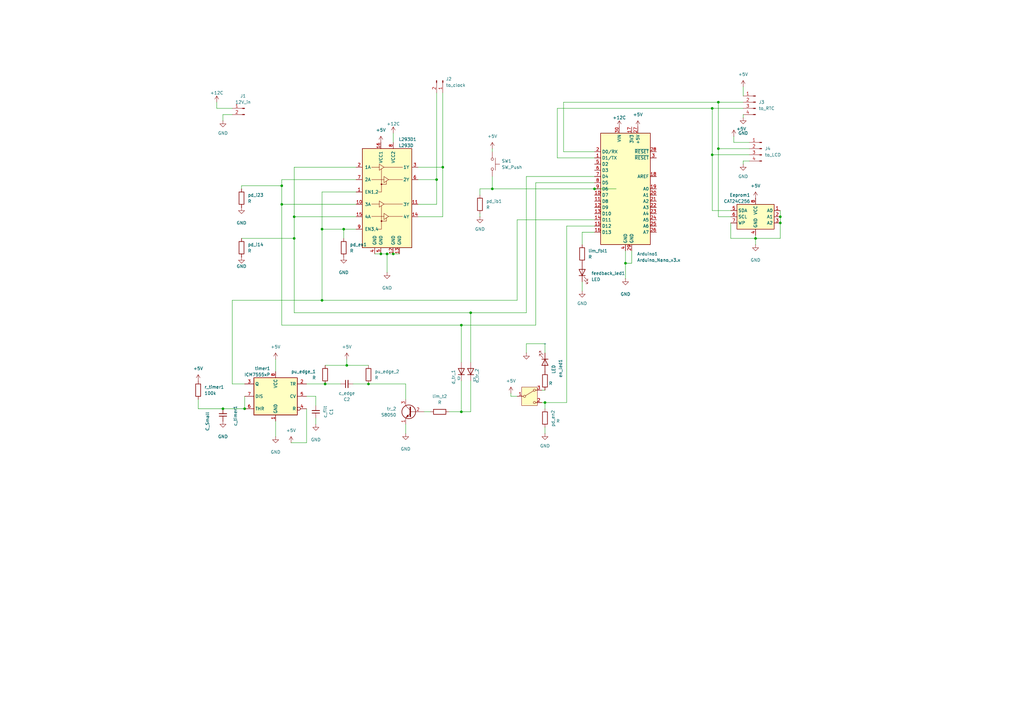
<source format=kicad_sch>
(kicad_sch (version 20231120) (generator "eeschema") (generator_version "8.0")
  (paper "A3")
  (lib_symbols
    (symbol "Connector:Conn_01x02_Pin" (pin_names (offset 1.016) hide)
      (property "Reference" "J" (at 0 2.54 0))
      (property "Value" "Conn_01x02_Pin" (at 0 -5.08 0))
      (symbol "Conn_01x02_Pin_1_1"
        (polyline (pts (xy 1.27 -2.54) (xy 0.8636 -2.54)) (stroke (width 0.1524)))
        (polyline (pts (xy 1.27 0) (xy 0.8636 0)) (stroke (width 0.1524)))
        (rectangle (start 0.8636 -2.413) (end 0 -2.667) (stroke (width 0.1524)) (fill (type outline)))
        (rectangle (start 0.8636 0.127) (end 0 -0.127) (stroke (width 0.1524)) (fill (type outline)))
        (pin passive line (at 5.08 0 180) (length 3.81) (name "Pin_1") (number "1"))
        (pin passive line (at 5.08 -2.54 180) (length 3.81) (name "Pin_2") (number "2"))
      )
    )
    (symbol "Connector:Conn_01x04_Pin" (pin_names (offset 1.016) hide)
      (property "Reference" "J" (at 0 5.08 0))
      (property "Value" "Conn_01x04_Pin" (at 0 -7.62 0))
      (symbol "Conn_01x04_Pin_1_1"
        (polyline (pts (xy 1.27 -5.08) (xy 0.8636 -5.08)) (stroke (width 0.1524)))
        (polyline (pts (xy 1.27 -2.54) (xy 0.8636 -2.54)) (stroke (width 0.1524)))
        (polyline (pts (xy 1.27 0) (xy 0.8636 0)) (stroke (width 0.1524)))
        (polyline (pts (xy 1.27 2.54) (xy 0.8636 2.54)) (stroke (width 0.1524)))
        (rectangle (start 0.8636 -4.953) (end 0 -5.207) (stroke (width 0.1524)) (fill (type outline)))
        (rectangle (start 0.8636 -2.413) (end 0 -2.667) (stroke (width 0.1524)) (fill (type outline)))
        (rectangle (start 0.8636 0.127) (end 0 -0.127) (stroke (width 0.1524)) (fill (type outline)))
        (rectangle (start 0.8636 2.667) (end 0 2.413) (stroke (width 0.1524)) (fill (type outline)))
        (pin passive line (at 5.08 2.54 180) (length 3.81) (name "Pin_1") (number "1"))
        (pin passive line (at 5.08 0 180) (length 3.81) (name "Pin_2") (number "2"))
        (pin passive line (at 5.08 -2.54 180) (length 3.81) (name "Pin_3") (number "3"))
        (pin passive line (at 5.08 -5.08 180) (length 3.81) (name "Pin_4") (number "4"))
      )
    )
    (symbol "Device:C_Small" (pin_numbers hide) (pin_names (offset 0.254) hide)
      (property "Reference" "C" (at 0.254 1.778 0))
      (property "Value" "C_Small" (at 0.254 -2.032 0))
      (symbol "C_Small_0_1"
        (polyline (pts (xy -1.524 -0.508) (xy 1.524 -0.508)) (stroke (width 0.3302)))
        (polyline (pts (xy -1.524 0.508) (xy 1.524 0.508)) (stroke (width 0.3048)))
      )
      (symbol "C_Small_1_1"
        (pin passive line (at 0 2.54 270) (length 2.032) (name "~") (number "1"))
        (pin passive line (at 0 -2.54 90) (length 2.032) (name "~") (number "2"))
      )
    )
    (symbol "Device:D" (pin_numbers hide) (pin_names (offset 1.016) hide)
      (property "Reference" "D" (at 0 2.54 0))
      (property "Value" "D" (at 0 -2.54 0))
      (symbol "D_0_1"
        (polyline (pts (xy -1.27 1.27) (xy -1.27 -1.27)) (stroke (width 0.254)))
        (polyline (pts (xy 1.27 0) (xy -1.27 0)))
        (polyline (pts (xy 1.27 1.27) (xy 1.27 -1.27) (xy -1.27 0) (xy 1.27 1.27)) (stroke (width 0.254)))
      )
      (symbol "D_1_1"
        (pin passive line (at -3.81 0 0) (length 2.54) (name "K") (number "1"))
        (pin passive line (at 3.81 0 180) (length 2.54) (name "A") (number "2"))
      )
    )
    (symbol "Device:LED" (pin_numbers hide) (pin_names (offset 1.016) hide)
      (property "Reference" "D" (at 0 2.54 0))
      (property "Value" "LED" (at 0 -2.54 0))
      (symbol "LED_0_1"
        (polyline (pts (xy -1.27 -1.27) (xy -1.27 1.27)) (stroke (width 0.254)))
        (polyline (pts (xy -1.27 0) (xy 1.27 0)))
        (polyline (pts (xy 1.27 -1.27) (xy 1.27 1.27) (xy -1.27 0) (xy 1.27 -1.27)) (stroke (width 0.254)))
        (polyline (pts (xy -3.048 -0.762) (xy -4.572 -2.286) (xy -3.81 -2.286) (xy -4.572 -2.286) (xy -4.572 -1.524)))
        (polyline (pts (xy -1.778 -0.762) (xy -3.302 -2.286) (xy -2.54 -2.286) (xy -3.302 -2.286) (xy -3.302 -1.524)))
      )
      (symbol "LED_1_1"
        (pin passive line (at -3.81 0 0) (length 2.54) (name "K") (number "1"))
        (pin passive line (at 3.81 0 180) (length 2.54) (name "A") (number "2"))
      )
    )
    (symbol "Device:R" (pin_numbers hide) (pin_names (offset 0))
      (property "Reference" "R" (at 2.032 0 90))
      (property "Value" "R" (at 0 0 90))
      (symbol "R_0_1"
        (rectangle (start -1.016 -2.54) (end 1.016 2.54) (stroke (width 0.254)))
      )
      (symbol "R_1_1"
        (pin passive line (at 0 3.81 270) (length 1.27) (name "~") (number "1"))
        (pin passive line (at 0 -3.81 90) (length 1.27) (name "~") (number "2"))
      )
    )
    (symbol "Driver_Motor:L293D" (pin_names (offset 1.016))
      (property "Reference" "U" (at -5.08 26.035 0))
      (property "Value" "L293D" (at -5.08 24.13 0))
      (symbol "L293D_0_1"
        (rectangle (start -10.16 22.86) (end 10.16 -17.78) (stroke (width 0.254)) (fill (type background)))
        (circle (center -2.286 -6.858) (radius 0.254) (fill (type outline)))
        (circle (center -2.286 8.255) (radius 0.254) (fill (type outline)))
        (polyline (pts (xy -6.35 -4.953) (xy -1.27 -4.953)))
        (polyline (pts (xy -6.35 0.127) (xy -3.175 0.127)))
        (polyline (pts (xy -6.35 10.16) (xy -1.27 10.16)))
        (polyline (pts (xy -6.35 15.24) (xy -3.175 15.24)))
        (polyline (pts (xy -1.27 0.127) (xy 6.35 0.127)))
        (polyline (pts (xy -1.27 15.24) (xy 6.35 15.24)))
        (polyline (pts (xy 0.635 -4.953) (xy 6.35 -4.953)))
        (polyline (pts (xy 0.635 10.16) (xy 6.35 10.16)))
        (polyline (pts (xy -2.286 -6.858) (xy -0.254 -6.858) (xy -0.254 -5.588)))
        (polyline (pts (xy -2.286 -0.635) (xy -2.286 -10.16) (xy -3.556 -10.16)))
        (polyline (pts (xy -2.286 8.255) (xy -0.254 8.255) (xy -0.254 9.525)))
        (polyline (pts (xy -2.286 14.478) (xy -2.286 5.08) (xy -3.556 5.08)))
        (polyline (pts (xy -3.175 1.397) (xy -3.175 -1.143) (xy -1.27 0.127) (xy -3.175 1.397)))
        (polyline (pts (xy -3.175 16.51) (xy -3.175 13.97) (xy -1.27 15.24) (xy -3.175 16.51)))
        (polyline (pts (xy -1.27 -3.683) (xy -1.27 -6.223) (xy 0.635 -4.953) (xy -1.27 -3.683)))
        (polyline (pts (xy -1.27 11.43) (xy -1.27 8.89) (xy 0.635 10.16) (xy -1.27 11.43)))
      )
      (symbol "L293D_1_1"
        (pin input line (at -12.7 5.08 0) (length 2.54) (name "EN1,2") (number "1"))
        (pin input line (at -12.7 0 0) (length 2.54) (name "3A") (number "10"))
        (pin output line (at 12.7 0 180) (length 2.54) (name "3Y") (number "11"))
        (pin power_in line (at 2.54 -20.32 90) (length 2.54) (name "GND") (number "12"))
        (pin power_in line (at 5.08 -20.32 90) (length 2.54) (name "GND") (number "13"))
        (pin output line (at 12.7 -5.08 180) (length 2.54) (name "4Y") (number "14"))
        (pin input line (at -12.7 -5.08 0) (length 2.54) (name "4A") (number "15"))
        (pin power_in line (at -2.54 25.4 270) (length 2.54) (name "VCC1") (number "16"))
        (pin input line (at -12.7 15.24 0) (length 2.54) (name "1A") (number "2"))
        (pin output line (at 12.7 15.24 180) (length 2.54) (name "1Y") (number "3"))
        (pin power_in line (at -5.08 -20.32 90) (length 2.54) (name "GND") (number "4"))
        (pin power_in line (at -2.54 -20.32 90) (length 2.54) (name "GND") (number "5"))
        (pin output line (at 12.7 10.16 180) (length 2.54) (name "2Y") (number "6"))
        (pin input line (at -12.7 10.16 0) (length 2.54) (name "2A") (number "7"))
        (pin power_in line (at 2.54 25.4 270) (length 2.54) (name "VCC2") (number "8"))
        (pin input line (at -12.7 -10.16 0) (length 2.54) (name "EN3,4") (number "9"))
      )
    )
    (symbol "MCU_Module:Arduino_Nano_v3.x"
      (property "Reference" "A" (at -10.16 23.495 0))
      (property "Value" "Arduino_Nano_v3.x" (at 5.08 -24.13 0))
      (symbol "Arduino_Nano_v3.x_0_1"
        (rectangle (start -10.16 22.86) (end 10.16 -22.86) (stroke (width 0.254)) (fill (type background)))
      )
      (symbol "Arduino_Nano_v3.x_1_1"
        (pin bidirectional line (at -12.7 12.7 0) (length 2.54) (name "D1/TX") (number "1"))
        (pin bidirectional line (at -12.7 -2.54 0) (length 2.54) (name "D7") (number "10"))
        (pin bidirectional line (at -12.7 -5.08 0) (length 2.54) (name "D8") (number "11"))
        (pin bidirectional line (at -12.7 -7.62 0) (length 2.54) (name "D9") (number "12"))
        (pin bidirectional line (at -12.7 -10.16 0) (length 2.54) (name "D10") (number "13"))
        (pin bidirectional line (at -12.7 -12.7 0) (length 2.54) (name "D11") (number "14"))
        (pin bidirectional line (at -12.7 -15.24 0) (length 2.54) (name "D12") (number "15"))
        (pin bidirectional line (at -12.7 -17.78 0) (length 2.54) (name "D13") (number "16"))
        (pin power_out line (at 2.54 25.4 270) (length 2.54) (name "3V3") (number "17"))
        (pin input line (at 12.7 5.08 180) (length 2.54) (name "AREF") (number "18"))
        (pin bidirectional line (at 12.7 0 180) (length 2.54) (name "A0") (number "19"))
        (pin bidirectional line (at -12.7 15.24 0) (length 2.54) (name "D0/RX") (number "2"))
        (pin bidirectional line (at 12.7 -2.54 180) (length 2.54) (name "A1") (number "20"))
        (pin bidirectional line (at 12.7 -5.08 180) (length 2.54) (name "A2") (number "21"))
        (pin bidirectional line (at 12.7 -7.62 180) (length 2.54) (name "A3") (number "22"))
        (pin bidirectional line (at 12.7 -10.16 180) (length 2.54) (name "A4") (number "23"))
        (pin bidirectional line (at 12.7 -12.7 180) (length 2.54) (name "A5") (number "24"))
        (pin bidirectional line (at 12.7 -15.24 180) (length 2.54) (name "A6") (number "25"))
        (pin bidirectional line (at 12.7 -17.78 180) (length 2.54) (name "A7") (number "26"))
        (pin power_out line (at 5.08 25.4 270) (length 2.54) (name "+5V") (number "27"))
        (pin input line (at 12.7 15.24 180) (length 2.54) (name "~{RESET}") (number "28"))
        (pin power_in line (at 2.54 -25.4 90) (length 2.54) (name "GND") (number "29"))
        (pin input line (at 12.7 12.7 180) (length 2.54) (name "~{RESET}") (number "3"))
        (pin power_in line (at -2.54 25.4 270) (length 2.54) (name "VIN") (number "30"))
        (pin power_in line (at 0 -25.4 90) (length 2.54) (name "GND") (number "4"))
        (pin bidirectional line (at -12.7 10.16 0) (length 2.54) (name "D2") (number "5"))
        (pin bidirectional line (at -12.7 7.62 0) (length 2.54) (name "D3") (number "6"))
        (pin bidirectional line (at -12.7 5.08 0) (length 2.54) (name "D4") (number "7"))
        (pin bidirectional line (at -12.7 2.54 0) (length 2.54) (name "D5") (number "8"))
        (pin bidirectional line (at -12.7 0 0) (length 2.54) (name "D6") (number "9"))
      )
    )
    (symbol "Memory_EEPROM:CAT24C256"
      (property "Reference" "U" (at -6.35 6.35 0))
      (property "Value" "CAT24C256" (at 1.27 6.35 0))
      (symbol "CAT24C256_1_1"
        (rectangle (start -7.62 5.08) (end 7.62 -5.08) (stroke (width 0.254)) (fill (type background)))
        (pin input line (at -10.16 2.54 0) (length 2.54) (name "A0") (number "1"))
        (pin input line (at -10.16 0 0) (length 2.54) (name "A1") (number "2"))
        (pin input line (at -10.16 -2.54 0) (length 2.54) (name "A2") (number "3"))
        (pin power_in line (at 0 -7.62 90) (length 2.54) (name "GND") (number "4"))
        (pin bidirectional line (at 10.16 2.54 180) (length 2.54) (name "SDA") (number "5"))
        (pin input line (at 10.16 0 180) (length 2.54) (name "SCL") (number "6"))
        (pin input line (at 10.16 -2.54 180) (length 2.54) (name "WP") (number "7"))
        (pin power_in line (at 0 7.62 270) (length 2.54) (name "VCC") (number "8"))
      )
    )
    (symbol "Switch:SW_Push" (pin_numbers hide) (pin_names (offset 1.016) hide)
      (property "Reference" "SW" (at 1.27 2.54 0))
      (property "Value" "SW_Push" (at 0 -1.524 0))
      (symbol "SW_Push_0_1"
        (circle (center -2.032 0) (radius 0.508))
        (polyline (pts (xy 0 1.27) (xy 0 3.048)))
        (polyline (pts (xy 2.54 1.27) (xy -2.54 1.27)))
        (circle (center 2.032 0) (radius 0.508))
        (pin passive line (at -5.08 0 0) (length 2.54) (name "1") (number "1"))
        (pin passive line (at 5.08 0 180) (length 2.54) (name "2") (number "2"))
      )
    )
    (symbol "Switch:SW_Wuerth_450301014042" (pin_names (offset 1) hide)
      (property "Reference" "SW" (at 0 5.08 0))
      (property "Value" "SW_Wuerth_450301014042" (at 0 -5.08 0))
      (symbol "SW_Wuerth_450301014042_0_1"
        (circle (center -2.032 0) (radius 0.4572))
        (polyline (pts (xy -1.651 0.254) (xy 1.651 2.286)))
        (circle (center 2.032 -2.54) (radius 0.4572))
        (circle (center 2.032 2.54) (radius 0.4572))
      )
      (symbol "SW_Wuerth_450301014042_1_1"
        (rectangle (start -3.175 3.81) (end 3.175 -3.81) (fill (type background)))
        (pin passive line (at -5.08 0 0) (length 2.54) (name "B") (number "1"))
        (pin passive line (at 5.08 -2.54 180) (length 2.54) (name "C") (number "2"))
        (pin passive line (at 5.08 2.54 180) (length 2.54) (name "A") (number "3"))
      )
    )
    (symbol "Timer:ICM7555xP"
      (property "Reference" "U" (at -10.16 8.89 0))
      (property "Value" "ICM7555xP" (at 2.54 8.89 0))
      (symbol "ICM7555xP_0_0"
        (pin power_in line (at 0 -10.16 90) (length 2.54) (name "GND") (number "1"))
        (pin power_in line (at 0 10.16 270) (length 2.54) (name "VCC") (number "8"))
      )
      (symbol "ICM7555xP_0_1"
        (rectangle (start -8.89 -7.62) (end 8.89 7.62) (stroke (width 0.254)) (fill (type background)))
        (rectangle (start -8.89 -7.62) (end 8.89 7.62) (stroke (width 0.254)) (fill (type background)))
      )
      (symbol "ICM7555xP_1_1"
        (pin input line (at -12.7 5.08 0) (length 3.81) (name "TR") (number "2"))
        (pin output line (at 12.7 5.08 180) (length 3.81) (name "Q") (number "3"))
        (pin input inverted (at -12.7 -5.08 0) (length 3.81) (name "R") (number "4"))
        (pin input line (at -12.7 0 0) (length 3.81) (name "CV") (number "5"))
        (pin input line (at 12.7 -5.08 180) (length 3.81) (name "THR") (number "6"))
        (pin input line (at 12.7 0 180) (length 3.81) (name "DIS") (number "7"))
      )
    )
    (symbol "Transistor_BJT:S8050" (pin_names (offset 0) hide)
      (property "Reference" "Q" (at 5.08 1.905 0))
      (property "Value" "S8050" (at 5.08 0 0))
      (symbol "S8050_0_1"
        (polyline (pts (xy 0 0) (xy 0.635 0)))
        (polyline (pts (xy 0.635 0.635) (xy 2.54 2.54)))
        (polyline (pts (xy 0.635 -0.635) (xy 2.54 -2.54) (xy 2.54 -2.54)))
        (polyline (pts (xy 0.635 1.905) (xy 0.635 -1.905) (xy 0.635 -1.905)) (stroke (width 0.508)))
        (polyline (pts (xy 1.27 -1.778) (xy 1.778 -1.27) (xy 2.286 -2.286) (xy 1.27 -1.778) (xy 1.27 -1.778)) (fill (type outline)))
        (circle (center 1.27 0) (radius 2.8194) (stroke (width 0.254)))
      )
      (symbol "S8050_1_1"
        (pin passive line (at 2.54 -5.08 90) (length 2.54) (name "E") (number "1"))
        (pin input line (at -5.08 0 0) (length 5.08) (name "B") (number "2"))
        (pin passive line (at 2.54 5.08 270) (length 2.54) (name "C") (number "3"))
      )
    )
    (symbol "power:+12C" (power) (pin_numbers hide) (pin_names (offset 0) hide)
      (property "Value" "+12C" (at 0 3.556 0))
      (symbol "+12C_0_1"
        (polyline (pts (xy -0.762 1.27) (xy 0 2.54)))
        (polyline (pts (xy 0 0) (xy 0 2.54)))
        (polyline (pts (xy 0 2.54) (xy 0.762 1.27)))
      )
      (symbol "+12C_1_1"
        (pin power_in line (at 0 0 90) (length 0) (name "~") (number "1"))
      )
    )
    (symbol "power:+5V" (power) (pin_numbers hide) (pin_names (offset 0) hide)
      (property "Value" "+5V" (at 0 3.556 0))
      (symbol "+5V_0_1"
        (polyline (pts (xy -0.762 1.27) (xy 0 2.54)))
        (polyline (pts (xy 0 0) (xy 0 2.54)))
        (polyline (pts (xy 0 2.54) (xy 0.762 1.27)))
      )
      (symbol "+5V_1_1"
        (pin power_in line (at 0 0 90) (length 0) (name "~") (number "1"))
      )
    )
    (symbol "power:GND" (power) (pin_numbers hide) (pin_names (offset 0) hide)
      (property "Value" "GND" (at 0 -3.81 0))
      (symbol "GND_0_1"
        (polyline (pts (xy 0 0) (xy 0 -1.27) (xy 1.27 -1.27) (xy 0 -2.54) (xy -1.27 -1.27) (xy 0 -1.27)))
      )
      (symbol "GND_1_1"
        (pin power_in line (at 0 0 270) (length 0) (name "~") (number "1"))
      )
    )
  )
  (junction (at 132.08 93.98))
  (junction (at 294.64 60.96))
  (junction (at 189.23 168.91))
  (junction (at 256.54 107.95))
  (junction (at 292.1 44.45))
  (junction (at 161.29 104.14))
  (junction (at 132.08 123.19))
  (junction (at 100.33 167.64))
  (junction (at 120.65 97.79))
  (junction (at 158.75 104.14))
  (junction (at 292.1 63.5))
  (junction (at 320.04 88.9))
  (junction (at 120.65 88.9))
  (junction (at 243.84 77.47))
  (junction (at 115.57 83.82))
  (junction (at 151.13 157.48))
  (junction (at 140.97 93.98))
  (junction (at 294.64 41.91))
  (junction (at 142.24 149.86))
  (junction (at 156.21 104.14))
  (junction (at 115.57 76.2))
  (junction (at 193.04 128.27))
  (junction (at 181.61 68.58))
  (junction (at 91.44 167.64))
  (junction (at 320.04 91.44))
  (junction (at 309.88 97.79))
  (junction (at 179.07 73.66))
  (junction (at 133.35 157.48))
  (junction (at 189.23 133.35))
  (junction (at 223.52 165.1))
  (junction (at 201.93 77.47))
  (wire (pts (xy 189.23 133.35) (xy 189.23 148.59)))
  (wire (pts (xy 91.44 167.64) (xy 100.33 167.64)))
  (wire (pts (xy 120.65 68.58) (xy 120.65 88.9)))
  (wire (pts (xy 294.64 60.96) (xy 307.34 60.96)))
  (wire (pts (xy 304.8 35.56) (xy 304.8 39.37)))
  (wire (pts (xy 320.04 88.9) (xy 320.04 91.44)))
  (wire (pts (xy 120.65 88.9) (xy 120.65 97.79)))
  (wire (pts (xy 219.71 133.35) (xy 189.23 133.35)))
  (wire (pts (xy 243.84 95.25) (xy 238.76 95.25)))
  (wire (pts (xy 256.54 107.95) (xy 256.54 114.3)))
  (wire (pts (xy 129.54 162.56) (xy 129.54 166.37)))
  (wire (pts (xy 133.35 149.86) (xy 142.24 149.86)))
  (wire (pts (xy 179.07 83.82) (xy 179.07 73.66)))
  (wire (pts (xy 146.05 83.82) (xy 115.57 83.82)))
  (wire (pts (xy 113.03 172.72) (xy 113.03 179.07)))
  (wire (pts (xy 166.37 163.83) (xy 166.37 157.48)))
  (wire (pts (xy 171.45 73.66) (xy 179.07 73.66)))
  (wire (pts (xy 232.41 92.71) (xy 243.84 92.71)))
  (wire (pts (xy 120.65 128.27) (xy 193.04 128.27)))
  (wire (pts (xy 95.25 46.99) (xy 91.44 46.99)))
  (wire (pts (xy 181.61 38.1) (xy 181.61 68.58)))
  (wire (pts (xy 201.93 72.39) (xy 201.93 77.47)))
  (wire (pts (xy 223.52 144.78) (xy 223.52 140.97)))
  (wire (pts (xy 292.1 86.36) (xy 299.72 86.36)))
  (wire (pts (xy 171.45 68.58) (xy 181.61 68.58)))
  (wire (pts (xy 196.85 88.9) (xy 196.85 87.63)))
  (wire (pts (xy 299.72 97.79) (xy 309.88 97.79)))
  (wire (pts (xy 228.6 64.77) (xy 228.6 44.45)))
  (wire (pts (xy 304.8 44.45) (xy 292.1 44.45)))
  (wire (pts (xy 161.29 104.14) (xy 163.83 104.14)))
  (wire (pts (xy 223.52 165.1) (xy 232.41 165.1)))
  (wire (pts (xy 259.08 102.87) (xy 259.08 107.95)))
  (wire (pts (xy 184.15 168.91) (xy 189.23 168.91)))
  (wire (pts (xy 88.9 41.91) (xy 88.9 44.45)))
  (wire (pts (xy 307.34 58.42) (xy 300.99 58.42)))
  (wire (pts (xy 196.85 80.01) (xy 196.85 77.47)))
  (wire (pts (xy 115.57 73.66) (xy 115.57 76.2)))
  (wire (pts (xy 95.25 123.19) (xy 132.08 123.19)))
  (wire (pts (xy 173.99 168.91) (xy 176.53 168.91)))
  (wire (pts (xy 158.75 104.14) (xy 161.29 104.14)))
  (wire (pts (xy 222.25 160.02) (xy 223.52 160.02)))
  (wire (pts (xy 129.54 171.45) (xy 129.54 173.99)))
  (wire (pts (xy 256.54 102.87) (xy 256.54 107.95)))
  (wire (pts (xy 144.78 157.48) (xy 151.13 157.48)))
  (wire (pts (xy 320.04 86.36) (xy 320.04 88.9)))
  (wire (pts (xy 156.21 104.14) (xy 158.75 104.14)))
  (wire (pts (xy 209.55 162.56) (xy 209.55 161.29)))
  (wire (pts (xy 140.97 93.98) (xy 140.97 97.79)))
  (wire (pts (xy 243.84 62.23) (xy 231.14 62.23)))
  (wire (pts (xy 151.13 157.48) (xy 166.37 157.48)))
  (wire (pts (xy 153.67 104.14) (xy 156.21 104.14)))
  (wire (pts (xy 252.73 77.47) (xy 243.84 77.47)))
  (wire (pts (xy 113.03 147.32) (xy 113.03 152.4)))
  (wire (pts (xy 181.61 68.58) (xy 181.61 88.9)))
  (wire (pts (xy 100.33 157.48) (xy 95.25 157.48)))
  (wire (pts (xy 231.14 62.23) (xy 231.14 41.91)))
  (wire (pts (xy 259.08 107.95) (xy 256.54 107.95)))
  (wire (pts (xy 142.24 149.86) (xy 142.24 147.32)))
  (wire (pts (xy 215.9 72.39) (xy 215.9 128.27)))
  (wire (pts (xy 132.08 93.98) (xy 140.97 93.98)))
  (wire (pts (xy 115.57 76.2) (xy 115.57 83.82)))
  (wire (pts (xy 212.09 90.17) (xy 212.09 123.19)))
  (wire (pts (xy 232.41 92.71) (xy 232.41 165.1)))
  (wire (pts (xy 81.28 163.83) (xy 81.28 167.64)))
  (wire (pts (xy 215.9 140.97) (xy 215.9 144.78)))
  (wire (pts (xy 201.93 77.47) (xy 243.84 77.47)))
  (wire (pts (xy 120.65 68.58) (xy 146.05 68.58)))
  (wire (pts (xy 193.04 168.91) (xy 189.23 168.91)))
  (wire (pts (xy 132.08 93.98) (xy 132.08 78.74)))
  (wire (pts (xy 231.14 41.91) (xy 294.64 41.91)))
  (wire (pts (xy 81.28 167.64) (xy 91.44 167.64)))
  (wire (pts (xy 179.07 73.66) (xy 179.07 38.1)))
  (wire (pts (xy 115.57 83.82) (xy 115.57 133.35)))
  (wire (pts (xy 201.93 62.23) (xy 201.93 60.96)))
  (wire (pts (xy 223.52 175.26) (xy 223.52 177.8)))
  (wire (pts (xy 209.55 162.56) (xy 212.09 162.56)))
  (wire (pts (xy 99.06 97.79) (xy 120.65 97.79)))
  (wire (pts (xy 212.09 123.19) (xy 132.08 123.19)))
  (wire (pts (xy 125.73 167.64) (xy 125.73 181.61)))
  (wire (pts (xy 189.23 156.21) (xy 189.23 168.91)))
  (wire (pts (xy 166.37 173.99) (xy 166.37 177.8)))
  (wire (pts (xy 219.71 74.93) (xy 219.71 133.35)))
  (wire (pts (xy 294.64 60.96) (xy 294.64 88.9)))
  (wire (pts (xy 193.04 156.21) (xy 193.04 168.91)))
  (wire (pts (xy 115.57 73.66) (xy 146.05 73.66)))
  (wire (pts (xy 125.73 162.56) (xy 129.54 162.56)))
  (wire (pts (xy 99.06 76.2) (xy 115.57 76.2)))
  (wire (pts (xy 193.04 128.27) (xy 193.04 148.59)))
  (wire (pts (xy 132.08 93.98) (xy 132.08 123.19)))
  (wire (pts (xy 171.45 83.82) (xy 179.07 83.82)))
  (wire (pts (xy 292.1 63.5) (xy 307.34 63.5)))
  (wire (pts (xy 320.04 97.79) (xy 309.88 97.79)))
  (wire (pts (xy 299.72 88.9) (xy 294.64 88.9)))
  (wire (pts (xy 161.29 54.61) (xy 161.29 58.42)))
  (wire (pts (xy 320.04 91.44) (xy 320.04 97.79)))
  (wire (pts (xy 146.05 88.9) (xy 120.65 88.9)))
  (wire (pts (xy 304.8 66.04) (xy 304.8 67.31)))
  (wire (pts (xy 238.76 115.57) (xy 238.76 119.38)))
  (wire (pts (xy 99.06 76.2) (xy 99.06 77.47)))
  (wire (pts (xy 151.13 149.86) (xy 142.24 149.86)))
  (wire (pts (xy 300.99 58.42) (xy 300.99 55.88)))
  (wire (pts (xy 243.84 90.17) (xy 212.09 90.17)))
  (wire (pts (xy 171.45 88.9) (xy 181.61 88.9)))
  (wire (pts (xy 309.88 96.52) (xy 309.88 97.79)))
  (wire (pts (xy 294.64 41.91) (xy 304.8 41.91)))
  (wire (pts (xy 294.64 41.91) (xy 294.64 60.96)))
  (wire (pts (xy 304.8 46.99) (xy 304.8 48.26)))
  (wire (pts (xy 222.25 165.1) (xy 223.52 165.1)))
  (wire (pts (xy 100.33 162.56) (xy 100.33 167.64)))
  (wire (pts (xy 223.52 167.64) (xy 223.52 165.1)))
  (wire (pts (xy 125.73 181.61) (xy 119.38 181.61)))
  (wire (pts (xy 215.9 128.27) (xy 193.04 128.27)))
  (wire (pts (xy 299.72 91.44) (xy 299.72 97.79)))
  (wire (pts (xy 133.35 157.48) (xy 139.7 157.48)))
  (wire (pts (xy 307.34 66.04) (xy 304.8 66.04)))
  (wire (pts (xy 196.85 77.47) (xy 201.93 77.47)))
  (wire (pts (xy 158.75 104.14) (xy 158.75 111.76)))
  (wire (pts (xy 88.9 44.45) (xy 95.25 44.45)))
  (wire (pts (xy 115.57 133.35) (xy 189.23 133.35)))
  (wire (pts (xy 228.6 44.45) (xy 292.1 44.45)))
  (wire (pts (xy 125.73 157.48) (xy 133.35 157.48)))
  (wire (pts (xy 219.71 74.93) (xy 243.84 74.93)))
  (wire (pts (xy 243.84 72.39) (xy 215.9 72.39)))
  (wire (pts (xy 238.76 95.25) (xy 238.76 100.33)))
  (wire (pts (xy 140.97 93.98) (xy 146.05 93.98)))
  (wire (pts (xy 95.25 157.48) (xy 95.25 123.19)))
  (wire (pts (xy 243.84 64.77) (xy 228.6 64.77)))
  (wire (pts (xy 292.1 63.5) (xy 292.1 86.36)))
  (wire (pts (xy 215.9 140.97) (xy 223.52 140.97)))
  (wire (pts (xy 91.44 46.99) (xy 91.44 49.53)))
  (wire (pts (xy 292.1 44.45) (xy 292.1 63.5)))
  (wire (pts (xy 120.65 97.79) (xy 120.65 128.27)))
  (wire (pts (xy 132.08 78.74) (xy 146.05 78.74)))
  (wire (pts (xy 309.88 97.79) (xy 309.88 100.33)))
  (symbol (lib_id "power:+12C") (at 254 52.07 0) (unit 1)
    (property "Reference" "#PWR0116" (effects (hide yes)))
    (property "Value" "+12C" (at 254 48.26 0))
    (property "Description" "Power symbol creates a global label with name \"+12C\"" (effects (hide yes)))
  )
  (symbol (lib_id "Device:R") (at 238.76 104.14 0) (unit 1)
    (property "Reference" "lim_fbl1" (at 241.3 102.8699 0) (effects (justify left)))
    (property "Value" "R" (at 241.3 105.4099 0) (effects (justify left)))
    (property "Footprint" "Resistor_THT:R_Axial_DIN0207_L6.3mm_D2.5mm_P7.62mm_Horizontal" (effects (hide yes)))
    (property "Description" "Resistor" (effects (hide yes)))
  )
  (symbol (lib_id "Switch:SW_Wuerth_450301014042") (at 217.17 162.56 0) (unit 1)
    (property "Reference" "Enableswitch1" (effects (hide yes)))
    (property "Value" "~" (at 223.52 140.97 0))
    (property "Footprint" "Button_Switch_THT:SW_Slide-03_Wuerth-WS-SLTV_10x2.5x6.4_P2.54mm" (effects (hide yes)))
    (property "Datasheet" "https://www.we-online.com/components/products/datasheet/450301014042.pdf" (effects (hide yes)))
    (property "Description" "Switch slide, single pole double throw" (effects (hide yes)))
  )
  (symbol (lib_id "power:+5V") (at 113.03 147.32 0) (unit 1)
    (property "Reference" "#PWR0110" (effects (hide yes)))
    (property "Value" "+5V" (at 113.03 142.24 0))
    (property "Description" "Power symbol creates a global label with name \"+5V\"" (effects (hide yes)))
  )
  (symbol (lib_id "power:GND") (at 91.44 172.72 0) (unit 1)
    (property "Reference" "#PWR02" (effects (hide yes)))
    (property "Value" "GND" (at 91.44 179.07 0))
    (property "Description" "Power symbol creates a global label with name \"GND\" , ground" (effects (hide yes)))
  )
  (symbol (lib_id "power:GND") (at 129.54 173.99 0) (unit 1)
    (property "Reference" "#PWR0107" (effects (hide yes)))
    (property "Value" "GND" (at 129.54 180.34 0))
    (property "Description" "Power symbol creates a global label with name \"GND\" , ground" (effects (hide yes)))
  )
  (symbol (lib_id "Device:C_Small") (at 129.54 168.91 0) (mirror x) (unit 1)
    (property "Reference" "C1" (at 135.89 168.9037 90))
    (property "Value" "c_filt" (at 133.35 168.9037 90))
    (property "Footprint" "Capacitor_THT:C_Disc_D5.1mm_W3.2mm_P5.00mm" (effects (hide yes)))
    (property "Description" "Unpolarized capacitor, small symbol" (effects (hide yes)))
  )
  (symbol (lib_id "power:+5V") (at 261.62 52.07 0) (unit 1)
    (property "Reference" "#PWR0115" (effects (hide yes)))
    (property "Value" "+5V" (at 261.62 46.99 0))
    (property "Description" "Power symbol creates a global label with name \"+5V\"" (effects (hide yes)))
  )
  (symbol (lib_id "Device:D") (at 189.23 152.4 90) (unit 1)
    (property "Reference" "d_tr_1" (at 185.928 151.638 0) (effects (justify right)))
    (property "Value" "D" (at 187.452 155.194 90) (effects (justify right)))
    (property "Footprint" "Diode_THT:D_DO-41_SOD81_P7.62mm_Horizontal" (effects (hide yes)))
    (property "Description" "Diode" (effects (hide yes)))
    (property "Sim.Device" "D" (effects (hide yes)))
    (property "Sim.Pins" "1=K 2=A" (effects (hide yes)))
  )
  (symbol (lib_id "Device:LED") (at 238.76 111.76 90) (unit 1)
    (property "Reference" "feedback_led1" (at 242.57 112.0774 90) (effects (justify right)))
    (property "Value" "LED" (at 242.57 114.6174 90) (effects (justify right)))
    (property "Footprint" "LED_THT:LED_D4.0mm" (effects (hide yes)))
    (property "Description" "Light emitting diode" (effects (hide yes)))
  )
  (symbol (lib_id "Device:R") (at 180.34 168.91 90) (unit 1)
    (property "Reference" "lim_t2" (at 180.34 162.56 90))
    (property "Value" "R" (at 180.34 165.1 90))
    (property "Footprint" "Resistor_THT:R_Axial_DIN0207_L6.3mm_D2.5mm_P7.62mm_Horizontal" (effects (hide yes)))
    (property "Description" "Resistor" (effects (hide yes)))
  )
  (symbol (lib_id "power:GND") (at 304.8 67.31 0) (unit 1)
    (property "Reference" "#PWR0112" (effects (hide yes)))
    (property "Value" "GND" (at 304.8 72.39 0))
    (property "Description" "Power symbol creates a global label with name \"GND\" , ground" (effects (hide yes)))
  )
  (symbol (lib_id "power:+12C") (at 88.9 41.91 0) (unit 1)
    (property "Reference" "#PWR0123" (effects (hide yes)))
    (property "Value" "+12C" (at 88.9 38.1 0))
    (property "Description" "Power symbol creates a global label with name \"+12C\"" (effects (hide yes)))
  )
  (symbol (lib_id "Device:R") (at 81.28 160.02 180) (unit 1)
    (property "Reference" "r_timer1" (at 83.82 158.7499 0) (effects (justify right)))
    (property "Value" "100k" (at 83.82 161.2899 0) (effects (justify right)))
    (property "Footprint" "Resistor_THT:R_Axial_DIN0207_L6.3mm_D2.5mm_P7.62mm_Horizontal" (effects (hide yes)))
    (property "Description" "Resistor" (effects (hide yes)))
  )
  (symbol (lib_id "power:+5V") (at 201.93 60.96 0) (unit 1)
    (property "Reference" "#PWR0120" (effects (hide yes)))
    (property "Value" "+5V" (at 201.93 55.88 0))
    (property "Description" "Power symbol creates a global label with name \"+5V\"" (effects (hide yes)))
  )
  (symbol (lib_id "power:GND") (at 158.75 111.76 0) (unit 1)
    (property "Reference" "#PWR0102" (effects (hide yes)))
    (property "Value" "GND" (at 158.75 118.11 0))
    (property "Description" "Power symbol creates a global label with name \"GND\" , ground" (effects (hide yes)))
  )
  (symbol (lib_id "Device:D") (at 193.04 152.4 90) (unit 1)
    (property "Reference" "d_tr_2" (at 195.58 151.1299 0) (effects (justify right)))
    (property "Value" "D" (at 193.802 155.702 90) (effects (justify right)))
    (property "Footprint" "Diode_THT:D_DO-41_SOD81_P7.62mm_Horizontal" (effects (hide yes)))
    (property "Description" "Diode" (effects (hide yes)))
    (property "Sim.Device" "D" (effects (hide yes)))
    (property "Sim.Pins" "1=K 2=A" (effects (hide yes)))
  )
  (symbol (lib_id "Device:R") (at 223.52 156.21 0) (unit 1)
    (property "Reference" "lim_en1" (effects (hide yes)))
    (property "Value" "R" (at 226.568 157.226 0) (effects (justify right)))
    (property "Footprint" "Resistor_THT:R_Axial_DIN0207_L6.3mm_D2.5mm_P7.62mm_Horizontal" (effects (hide yes)))
    (property "Description" "Resistor" (effects (hide yes)))
  )
  (symbol (lib_id "power:+5V") (at 156.21 58.42 0) (unit 1)
    (property "Reference" "#PWR0118" (effects (hide yes)))
    (property "Value" "+5V" (at 156.21 53.34 0))
    (property "Description" "Power symbol creates a global label with name \"+5V\"" (effects (hide yes)))
  )
  (symbol (lib_id "power:GND") (at 256.54 114.3 0) (unit 1)
    (property "Reference" "#PWR0130" (effects (hide yes)))
    (property "Value" "GND" (at 256.54 120.65 0))
    (property "Description" "Power symbol creates a global label with name \"GND\" , ground" (effects (hide yes)))
  )
  (symbol (lib_id "Connector:Conn_01x02_Pin") (at 181.61 33.02 270) (unit 1)
    (property "Reference" "J2" (at 182.88 32.3849 90) (effects (justify left)))
    (property "Value" "to_clock" (at 182.88 34.9249 90) (effects (justify left)))
    (property "Footprint" "Connector_Wire:SolderWire-1sqmm_1x02_P5.4mm_D1.4mm_OD2.7mm" (effects (hide yes)))
    (property "Description" "Generic connector, single row, 01x02, script generated" (effects (hide yes)))
  )
  (symbol (lib_id "power:+12C") (at 161.29 54.61 0) (unit 1)
    (property "Reference" "#PWR0119" (effects (hide yes)))
    (property "Value" "+12C" (at 161.29 50.8 0))
    (property "Description" "Power symbol creates a global label with name \"+12C\"" (effects (hide yes)))
  )
  (symbol (lib_id "Device:C_Small") (at 142.24 157.48 90) (mirror x) (unit 1)
    (property "Reference" "C2" (at 142.2463 163.83 90))
    (property "Value" "c_edge" (at 142.2463 161.29 90))
    (property "Footprint" "Capacitor_THT:C_Disc_D5.1mm_W3.2mm_P5.00mm" (effects (hide yes)))
    (property "Description" "Unpolarized capacitor, small symbol" (effects (hide yes)))
  )
  (symbol (lib_id "power:+5V") (at 300.99 55.88 0) (unit 1)
    (property "Reference" "#PWR0117" (effects (hide yes)))
    (property "Value" "+5V" (at 304.038 52.832 0))
    (property "Description" "Power symbol creates a global label with name \"+5V\"" (effects (hide yes)))
  )
  (symbol (lib_id "power:+5V") (at 119.38 181.61 0) (unit 1)
    (property "Reference" "#PWR0108" (effects (hide yes)))
    (property "Value" "+5V" (at 119.38 176.53 0))
    (property "Description" "Power symbol creates a global label with name \"+5V\"" (effects (hide yes)))
  )
  (symbol (lib_id "Device:C_Small") (at 91.44 170.18 0) (mirror x) (unit 1)
    (property "Reference" "c_timer1" (at 96.5262 166.37 90) (effects (justify left)))
    (property "Value" "C_Small" (at 85.0962 168.91 90) (effects (justify left)))
    (property "Footprint" "Capacitor_THT:C_Disc_D5.1mm_W3.2mm_P5.00mm" (effects (hide yes)))
    (property "Description" "Unpolarized capacitor, small symbol" (effects (hide yes)))
  )
  (symbol (lib_id "Device:R") (at 140.97 101.6 180) (unit 1)
    (property "Reference" "pd_en1" (at 143.51 100.3299 0) (effects (justify right)))
    (property "Value" "R" (at 143.51 102.8699 0) (effects (justify right)))
    (property "Footprint" "Resistor_THT:R_Axial_DIN0207_L6.3mm_D2.5mm_P7.62mm_Horizontal" (effects (hide yes)))
    (property "Description" "Resistor" (effects (hide yes)))
  )
  (symbol (lib_id "Device:LED") (at 223.52 148.59 270) (unit 1)
    (property "Reference" "en_led1" (at 229.87 147.32 0) (effects (justify left)))
    (property "Value" "LED" (at 227.076 149.606 0) (effects (justify left)))
    (property "Footprint" "LED_THT:LED_D4.0mm" (effects (hide yes)))
    (property "Description" "Light emitting diode" (effects (hide yes)))
  )
  (symbol (lib_id "Transistor_BJT:S8050") (at 168.91 168.91 0) (mirror y) (unit 1)
    (property "Reference" "tr_2" (at 162.56 167.6399 0) (effects (justify left)))
    (property "Value" "S8050" (at 162.56 170.1799 0) (effects (justify left)))
    (property "Footprint" "Package_TO_SOT_THT:TO-92_Inline" (effects (hide yes)))
    (property "Datasheet" "http://www.unisonic.com.tw/datasheet/S8050.pdf" (effects (hide yes)))
    (property "Description" "0.7A Ic, 20V Vce, Low Voltage High Current NPN Transistor, TO-92" (effects (hide yes)))
  )
  (symbol (lib_id "Timer:ICM7555xP") (at 113.03 162.56 0) (mirror y) (unit 1)
    (property "Reference" "timer1" (at 110.8359 151.13 0) (effects (justify left)))
    (property "Value" "ICM7555xP" (at 110.8359 153.67 0) (effects (justify left)))
    (property "Footprint" "Package_DIP:DIP-8_W7.62mm" (effects (hide yes)))
    (property "Datasheet" "http://www.intersil.com/content/dam/Intersil/documents/icm7/icm7555-56.pdf" (effects (hide yes)))
    (property "Description" "CMOS General Purpose Timer, 555 compatible, PDIP-8" (effects (hide yes)))
  )
  (symbol (lib_id "power:+5V") (at 209.55 161.29 0) (unit 1)
    (property "Reference" "#PWR0105" (effects (hide yes)))
    (property "Value" "+5V" (at 209.55 156.21 0))
    (property "Description" "Power symbol creates a global label with name \"+5V\"" (effects (hide yes)))
  )
  (symbol (lib_id "Device:R") (at 223.52 171.45 0) (unit 1)
    (property "Reference" "pd_en2" (at 226.822 168.148 90) (effects (justify right)))
    (property "Value" "R" (at 229.616 172.72 0) (effects (justify right)))
    (property "Footprint" "Resistor_THT:R_Axial_DIN0207_L6.3mm_D2.5mm_P7.62mm_Horizontal" (effects (hide yes)))
    (property "Description" "Resistor" (effects (hide yes)))
  )
  (symbol (lib_id "Driver_Motor:L293D") (at 158.75 83.82 0) (unit 1)
    (property "Reference" "L293D1" (at 163.4841 57.15 0) (effects (justify left)))
    (property "Value" "L293D" (at 163.4841 59.69 0) (effects (justify left)))
    (property "Footprint" "Package_DIP:DIP-16_W7.62mm" (effects (hide yes)))
    (property "Datasheet" "http://www.ti.com/lit/ds/symlink/l293.pdf" (effects (hide yes)))
    (property "Description" "Quadruple Half-H Drivers" (effects (hide yes)))
  )
  (symbol (lib_id "power:GND") (at 113.03 179.07 0) (unit 1)
    (property "Reference" "#PWR0109" (effects (hide yes)))
    (property "Value" "GND" (at 113.03 185.42 0))
    (property "Description" "Power symbol creates a global label with name \"GND\" , ground" (effects (hide yes)))
  )
  (symbol (lib_id "MCU_Module:Arduino_Nano_v3.x") (at 256.54 77.47 0) (unit 1)
    (property "Reference" "Arduino1" (at 261.2741 104.14 0) (effects (justify left)))
    (property "Value" "Arduino_Nano_v3.x" (at 261.2741 106.68 0) (effects (justify left)))
    (property "Footprint" "Module:Arduino_Nano" (effects (hide yes)))
    (property "Datasheet" "http://www.mouser.com/pdfdocs/Gravitech_Arduino_Nano3_0.pdf" (effects (hide yes)))
    (property "Description" "Arduino Nano v3.x" (effects (hide yes)))
  )
  (symbol (lib_id "Device:R") (at 196.85 83.82 0) (unit 1)
    (property "Reference" "pd_ib1" (at 199.39 82.5499 0) (effects (justify left)))
    (property "Value" "R" (at 199.39 85.0899 0) (effects (justify left)))
    (property "Footprint" "Resistor_THT:R_Axial_DIN0207_L6.3mm_D2.5mm_P7.62mm_Horizontal" (effects (hide yes)))
    (property "Description" "Resistor" (effects (hide yes)))
  )
  (symbol (lib_id "power:GND") (at 304.8 48.26 0) (unit 1)
    (property "Reference" "#PWR0114" (effects (hide yes)))
    (property "Value" "GND" (at 304.8 54.61 0))
    (property "Description" "Power symbol creates a global label with name \"GND\" , ground" (effects (hide yes)))
  )
  (symbol (lib_id "power:GND") (at 238.76 119.38 0) (unit 1)
    (property "Reference" "#PWR0124" (effects (hide yes)))
    (property "Value" "GND" (at 238.76 124.46 0))
    (property "Description" "Power symbol creates a global label with name \"GND\" , ground" (effects (hide yes)))
  )
  (symbol (lib_id "power:GND") (at 99.06 105.41 0) (unit 1)
    (property "Reference" "#PWR0127" (effects (hide yes)))
    (property "Value" "GND" (at 99.06 109.22 0))
    (property "Description" "Power symbol creates a global label with name \"GND\" , ground" (effects (hide yes)))
  )
  (symbol (lib_id "power:+5V") (at 142.24 147.32 0) (unit 1)
    (property "Reference" "#PWR0111" (effects (hide yes)))
    (property "Value" "+5V" (at 142.24 142.24 0))
    (property "Description" "Power symbol creates a global label with name \"+5V\"" (effects (hide yes)))
  )
  (symbol (lib_id "power:GND") (at 196.85 88.9 0) (unit 1)
    (property "Reference" "#PWR0121" (effects (hide yes)))
    (property "Value" "GND" (at 196.85 93.98 0))
    (property "Description" "Power symbol creates a global label with name \"GND\" , ground" (effects (hide yes)))
  )
  (symbol (lib_id "power:GND") (at 223.52 177.8 0) (unit 1)
    (property "Reference" "#PWR0104" (effects (hide yes)))
    (property "Value" "GND" (at 223.52 182.88 0))
    (property "Description" "Power symbol creates a global label with name \"GND\" , ground" (effects (hide yes)))
  )
  (symbol (lib_id "power:GND") (at 91.44 49.53 0) (unit 1)
    (property "Reference" "#PWR0122" (effects (hide yes)))
    (property "Value" "GND" (at 91.44 54.61 0))
    (property "Description" "Power symbol creates a global label with name \"GND\" , ground" (effects (hide yes)))
  )
  (symbol (lib_id "power:GND") (at 309.88 100.33 0) (mirror y) (unit 1)
    (property "Reference" "#PWR0129" (effects (hide yes)))
    (property "Value" "GND" (at 309.88 106.68 0))
    (property "Description" "Power symbol creates a global label with name \"GND\" , ground" (effects (hide yes)))
  )
  (symbol (lib_id "Device:R") (at 133.35 153.67 0) (unit 1)
    (property "Reference" "pu_edge_1" (at 129.54 152.3999 0) (effects (justify right)))
    (property "Value" "R" (at 129.54 154.9399 0) (effects (justify right)))
    (property "Footprint" "Resistor_THT:R_Axial_DIN0207_L6.3mm_D2.5mm_P7.62mm_Horizontal" (effects (hide yes)))
    (property "Description" "Resistor" (effects (hide yes)))
  )
  (symbol (lib_id "power:+5V") (at 304.8 35.56 0) (unit 1)
    (property "Reference" "#PWR0113" (effects (hide yes)))
    (property "Value" "+5V" (at 304.8 30.48 0))
    (property "Description" "Power symbol creates a global label with name \"+5V\"" (effects (hide yes)))
  )
  (symbol (lib_id "Device:R") (at 99.06 101.6 180) (unit 1)
    (property "Reference" "pd_i14" (at 101.6 100.3299 0) (effects (justify right)))
    (property "Value" "R" (at 101.6 102.8699 0) (effects (justify right)))
    (property "Footprint" "Resistor_THT:R_Axial_DIN0207_L6.3mm_D2.5mm_P7.62mm_Horizontal" (effects (hide yes)))
    (property "Description" "Resistor" (effects (hide yes)))
  )
  (symbol (lib_id "Connector:Conn_01x04_Pin") (at 309.88 41.91 0) (mirror y) (unit 1)
    (property "Reference" "J3" (at 311.15 41.9099 0) (effects (justify right)))
    (property "Value" "to_RTC" (at 311.15 44.4499 0) (effects (justify right)))
    (property "Footprint" "Connector_Wire:SolderWire-0.1sqmm_1x04_P3.6mm_D0.4mm_OD1mm" (effects (hide yes)))
    (property "Description" "Generic connector, single row, 01x04, script generated" (effects (hide yes)))
  )
  (symbol (lib_id "Connector:Conn_01x04_Pin") (at 312.42 60.96 0) (mirror y) (unit 1)
    (property "Reference" "J4" (at 313.69 60.9599 0) (effects (justify right)))
    (property "Value" "to_LCD" (at 313.69 63.4999 0) (effects (justify right)))
    (property "Footprint" "Connector_Wire:SolderWire-0.1sqmm_1x04_P3.6mm_D0.4mm_OD1mm" (effects (hide yes)))
    (property "Description" "Generic connector, single row, 01x04, script generated" (effects (hide yes)))
  )
  (symbol (lib_id "power:GND") (at 166.37 177.8 0) (mirror y) (unit 1)
    (property "Reference" "#PWR0103" (effects (hide yes)))
    (property "Value" "GND" (at 166.37 184.15 0))
    (property "Description" "Power symbol creates a global label with name \"GND\" , ground" (effects (hide yes)))
  )
  (symbol (lib_id "Device:R") (at 151.13 153.67 0) (unit 1)
    (property "Reference" "pu_edge_2" (at 153.67 152.3999 0) (effects (justify left)))
    (property "Value" "R" (at 153.67 154.9399 0) (effects (justify left)))
    (property "Footprint" "Resistor_THT:R_Axial_DIN0207_L6.3mm_D2.5mm_P7.62mm_Horizontal" (effects (hide yes)))
    (property "Description" "Resistor" (effects (hide yes)))
  )
  (symbol (lib_id "Memory_EEPROM:CAT24C256") (at 309.88 88.9 0) (mirror y) (unit 1)
    (property "Reference" "Eeprom1" (at 307.6859 80.01 0) (effects (justify left)))
    (property "Value" "CAT24C256" (at 307.6859 82.55 0) (effects (justify left)))
    (property "Footprint" "Package_DIP:DIP-8_W7.62mm" (effects (hide yes)))
    (property "Datasheet" "https://www.onsemi.cn/PowerSolutions/document/CAT24C256-D.PDF" (effects (hide yes)))
    (property "Description" "256 kb CMOS Serial EEPROM, DIP-8/SOIC-8/TSSOP-8/DFN-8" (effects (hide yes)))
  )
  (symbol (lib_id "Device:R") (at 99.06 81.28 0) (unit 1)
    (property "Reference" "pd_i23" (at 101.6 80.0099 0) (effects (justify left)))
    (property "Value" "R" (at 101.6 82.5499 0) (effects (justify left)))
    (property "Footprint" "Resistor_THT:R_Axial_DIN0207_L6.3mm_D2.5mm_P7.62mm_Horizontal" (effects (hide yes)))
    (property "Description" "Resistor" (effects (hide yes)))
  )
  (symbol (lib_id "Connector:Conn_01x02_Pin") (at 100.33 44.45 0) (mirror y) (unit 1)
    (property "Reference" "J1" (at 99.695 39.37 0))
    (property "Value" "12V_in" (at 99.695 41.91 0))
    (property "Footprint" "Connector_Wire:SolderWire-1sqmm_1x02_P5.4mm_D1.4mm_OD2.7mm" (effects (hide yes)))
    (property "Description" "Generic connector, single row, 01x02, script generated" (effects (hide yes)))
  )
  (symbol (lib_id "Switch:SW_Push") (at 201.93 67.31 270) (unit 1)
    (property "Reference" "SW1" (at 205.74 66.0399 90) (effects (justify left)))
    (property "Value" "SW_Push" (at 205.74 68.5799 90) (effects (justify left)))
    (property "Footprint" "Button_Switch_THT:SW_PUSH_6mm" (effects (hide yes)))
    (property "Description" "Push button switch, generic, two pins" (effects (hide yes)))
  )
  (symbol (lib_id "power:GND") (at 99.06 85.09 0) (unit 1)
    (property "Reference" "#PWR0126" (effects (hide yes)))
    (property "Value" "GND" (at 99.06 91.44 0))
    (property "Description" "Power symbol creates a global label with name \"GND\" , ground" (effects (hide yes)))
  )
  (symbol (lib_id "power:GND") (at 140.97 105.41 0) (unit 1)
    (property "Reference" "#PWR0125" (effects (hide yes)))
    (property "Value" "GND" (at 140.97 111.76 0))
    (property "Description" "Power symbol creates a global label with name \"GND\" , ground" (effects (hide yes)))
  )
  (symbol (lib_id "power:+5V") (at 81.28 156.21 0) (unit 1)
    (property "Reference" "#PWR0106" (effects (hide yes)))
    (property "Value" "+5V" (at 81.28 151.13 0))
    (property "Description" "Power symbol creates a global label with name \"+5V\"" (effects (hide yes)))
  )
  (symbol (lib_id "power:GND") (at 215.9 144.78 0) (unit 1)
    (property "Reference" "#PWR01" (effects (hide yes)))
    (property "Value" "GND" (effects (hide yes)))
    (property "Description" "Power symbol creates a global label with name \"GND\" , ground" (effects (hide yes)))
  )
  (symbol (lib_id "power:+5V") (at 309.88 81.28 0) (mirror y) (unit 1)
    (property "Reference" "#PWR0128" (effects (hide yes)))
    (property "Value" "+5V" (at 309.88 76.2 0))
    (property "Description" "Power symbol creates a global label with name \"+5V\"" (effects (hide yes)))
  )
)
</source>
